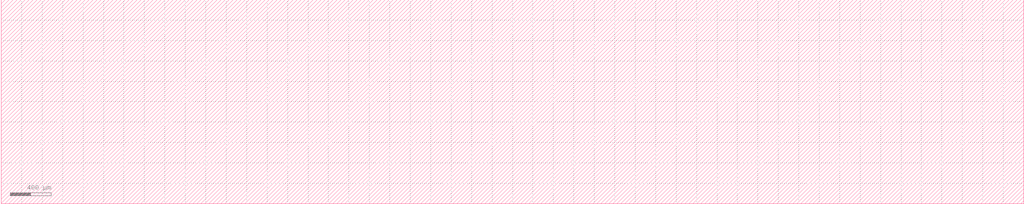
<source format=lef>
VERSION 5.7 ;
  NOWIREEXTENSIONATPIN ON ;
  DIVIDERCHAR "/" ;
  BUSBITCHARS "[]" ;
MACRO comp_a
  CLASS BLOCK ;
  FOREIGN comp_a ;
  ORIGIN 0.000 0.000 ;
  SIZE 10000.000 BY 2000.000 ;
END comp_a
END LIBRARY


</source>
